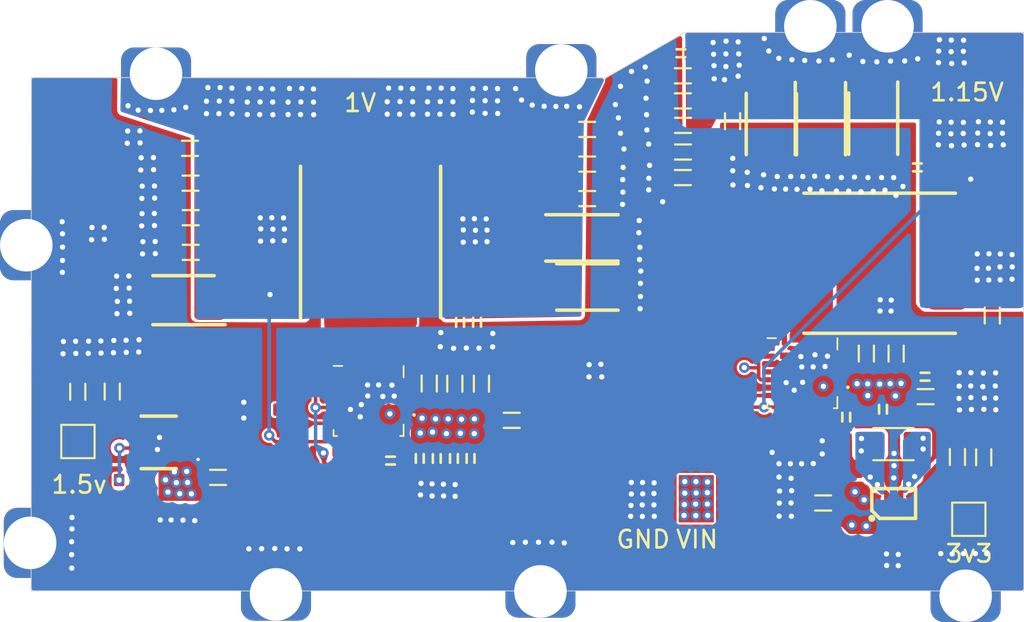
<source format=kicad_pcb>
(kicad_pcb (version 20240108) (generator "pcbnew") (generator_version "8.0")
  (layers (0 "F.Cu" mixed) (1 "In1.Cu" signal) (2 "In2.Cu" signal) (31 "B.Cu" power) (34 "B.Paste" user) (35 "F.Paste" user) (36 "B.SilkS" user "B.Silkscreen") (37 "F.SilkS" user "F.Silkscreen") (38 "B.Mask" user) (39 "F.Mask" user) (44 "Edge.Cuts" user))
  (net 0 "")
  (net 1 "GND")
  (net 2 "VIN")
  (net 3 "Net-(IC1-PHASE)")
  (net 4 "Net-(IC1-BOOT)")
  (net 5 "/SiC431 1V 20A/1V")
  (net 6 "Net-(IC2-PHASE)")
  (net 7 "Net-(IC2-BOOT)")
  (net 8 "/SiC438 1.15V 8A/1.15V")
  (net 9 "/TPS63810 3.3V 2.5A/3.3V")
  (net 10 "/MUN3CAD03-SE 1.5V 3A/1.5V")
  (net 11 "Net-(IC1-FB)")
  (net 13 "Net-(IC1-SW_1)")
  (net 14 "Net-(IC1-MODE2)")
  (net 16 "Net-(IC1-MODE1)")
  (net 19 "Net-(IC1-EN)")
  (net 20 "Net-(IC2-SW_1)")
  (net 21 "Net-(IC2-EN)")
  (net 23 "Net-(IC2-FB)")
  (net 24 "Net-(IC2-MODE1)")
  (net 26 "Net-(IC2-MODE2)")
  (net 31 "Net-(IC3-LX2_1)")
  (net 32 "Net-(IC3-LX1_1)")
  (net 33 "Net-(IC4-FB)")
  (footprint "cafereg2:C0603" (layer "F.Cu") (at 137.87 49.91 -90)
    (property "Reference" "C33" (hide yes))
    (property "Value" "22uF" (hide yes))
  )
  (footprint "cafereg2:C0603" (layer "F.Cu") (at 125.26 66.99)
    (property "Reference" "C42" (hide yes))
    (property "Value" "22uF" (hide yes))
  )
  (footprint "cafereg2:R0402" (layer "F.Cu") (at 103.34 70.4)
    (property "Reference" "R11" (hide yes))
    (property "Value" "200k" (hide yes))
  )
  (footprint "cafereg2:C0603" (layer "F.Cu") (at 129.57 54.33)
    (property "Reference" "C10" (hide yes))
    (property "Value" "22uF" (hide yes))
  )
  (footprint "TestPoint:TestPoint_Pad_1.5x1.5mm" (layer "F.Cu") (at 100.49 68.2)
    (property "Reference" "REF**" (hide yes))
    (property "Value" "TestPoint_Pad_1.5x1.5mm" (hide yes))
  )
  (footprint "cafereg2:R0402" (layer "F.Cu") (at 113.29 67.71 -90)
    (property "Reference" "R4" (hide yes))
    (property "Value" "6.67k" (hide yes))
  )
  (footprint "cafereg2:SIC431AEDT1GE3" (layer "F.Cu") (at 118.285 66.635 180)
    (property "Reference" "IC1" (hide yes))
    (property "Value" "SiC431CED-T1-GE3" (hide yes))
  )
  (footprint "cafereg2:C0603" (layer "F.Cu") (at 135.04 50.15 180)
    (property "Reference" "C31" (hide yes))
    (property "Value" "22uF" (hide yes))
  )
  (footprint "cafereg2:C0603" (layer "F.Cu") (at 148.89 65.64)
    (property "Reference" "C20" (hide yes))
    (property "Value" "22uF" (hide yes))
  )
  (footprint "" (layer "F.Cu") (at 97.54 56.99 90)
    (property "Reference" "")
    (property "Value" "")
  )
  (footprint "cafereg2:C0402" (layer "F.Cu") (at 144.36 66.81 90)
    (property "Reference" "C26" (hide yes))
    (property "Value" "0.1uF" (hide yes))
  )
  (footprint "cafereg2:C0603" (layer "F.Cu") (at 122.01 64.9 90)
    (property "Reference" "C2" (hide yes))
    (property "Value" "22uF" (hide yes))
  )
  (footprint "cafereg2:C0402" (layer "F.Cu") (at 120.01 69.17 -90)
    (property "Reference" "C24" (hide yes))
    (property "Value" "1uF" (hide yes))
  )
  (footprint "cafereg2:C0603" (layer "F.Cu") (at 135.03 53.13 180)
    (property "Reference" "C34" (hide yes))
    (property "Value" "22uF" (hide yes))
  )
  (footprint "cafereg2:C0402" (layer "F.Cu") (at 148.86 64.5)
    (property "Reference" "C6" (hide yes))
    (property "Value" "2.2uF" (hide yes))
  )
  (footprint "cafereg2:R0402" (layer "F.Cu") (at 117.33 71.08 90)
    (property "Reference" "R2" (hide yes))
    (property "Value" "510k" (hide yes))
  )
  (footprint "" (layer "F.Cu") (at 146.72 44.49)
    (property "Reference" "")
    (property "Value" "")
  )
  (footprint "" (layer "F.Cu") (at 151.18 77.01 90)
    (property "Reference" "")
    (property "Value" "")
  )
  (footprint "cafereg2:C0402" (layer "F.Cu") (at 148.42 52.55)
    (property "Reference" "C27" (hide yes))
    (property "Value" "0.1uF" (hide yes))
  )
  (footprint "cafereg2:C0603" (layer "F.Cu") (at 100.48 65.36 90)
    (property "Reference" "C44" (hide yes))
    (property "Value" "22uF" (hide yes))
  )
  (footprint "cafereg2:C0603" (layer "F.Cu") (at 106.92 53.45 180)
    (property "Reference" "C9" (hide yes))
    (property "Value" "22uF" (hide yes))
  )
  (footprint "cafereg2:C0603" (layer "F.Cu") (at 129.57 52.36)
    (property "Reference" "C13" (hide yes))
    (property "Value" "22uF" (hide yes))
  )
  (footprint "cafereg2:R0402" (layer "F.Cu") (at 138.42 65.66 -90)
    (property "Reference" "R9" (hide yes))
    (property "Value" "11k" (hide yes))
  )
  (footprint "" (layer "F.Cu") (at 111.8 76.93 90)
    (property "Reference" "")
    (property "Value" "")
  )
  (footprint "cafereg2:C0603" (layer "F.Cu") (at 102.45 65.35 90)
    (property "Reference" "C43" (hide yes))
    (property "Value" "22uF" (hide yes))
  )
  (footprint "cafereg2:C0603" (layer "F.Cu") (at 106.89 51.46 180)
    (property "Reference" "C14" (hide yes))
    (property "Value" "22uF" (hide yes))
  )
  (footprint "cafereg2:BGA15C40P3X5_134X226X62" (layer "F.Cu") (at 147.07 71.74 90)
    (property "Reference" "IC3" (hide yes))
    (property "Value" "TPS63810YFFR" (hide yes))
  )
  (footprint "cafereg2:C0603" (layer "F.Cu") (at 147.21 63.18 90)
    (property "Reference" "C22" (hide yes))
    (property "Value" "22uF" (hide yes))
  )
  (footprint "TestPoint:TestPoint_Pad_1.5x1.5mm" (layer "F.Cu") (at 135.8 71.47)
    (property "Reference" "3v3" (hide yes))
    (property "Value" "TestPoint_Pad_1.5x1.5mm" (hide yes))
  )
  (footprint "cafereg2:C0603" (layer "F.Cu") (at 129.57 50.38)
    (property "Reference" "C15" (hide yes))
    (property "Value" "22uF" (hide yes))
  )
  (footprint "cafereg2:MUN3CAD03SE" (layer "F.Cu") (at 105.1 68.25 180)
    (property "Reference" "IC4" (hide yes))
    (property "Value" "MUN3CAD03-SE" (hide yes))
  )
  (footprint "" (layer "F.Cu") (at 128.09 47.01)
    (property "Reference" "")
    (property "Value" "")
  )
  (footprint "cafereg2:C0402" (layer "F.Cu") (at 134.92 46.03 180)
    (property "Reference" "C35" (hide yes))
    (property "Value" "0.1uF" (hide yes))
  )
  (footprint "cafereg2:C0402" (layer "F.Cu") (at 121.96 69.17 -90)
    (property "Reference" "C23" (hide yes))
    (property "Value" "0.1uF" (hide yes))
  )
  (footprint "cafereg2:C0402" (layer "F.Cu") (at 118.34 69.29)
    (property "Reference" "C7" (hide yes))
    (property "Value" "0.1uF" (hide yes))
  )
  (footprint "cafereg2:C0603" (layer "F.Cu") (at 106.93 57.4 180)
    (property "Reference" "C11" (hide yes))
    (property "Value" "22uF" (hide yes))
  )
  (footprint "cafereg2:INDC2009X120" (layer "F.Cu") (at 147.06 68.35)
    (property "Reference" "L3" (hide yes))
    (property "Value" "TFM201208BLE-R47MTCF" (hide yes))
  )
  (footprint "cafereg2:R0402" (layer "F.Cu") (at 111.44 66.38)
    (property "Reference" "R5" (hide yes))
    (property "Value" "10K" (hide yes))
  )
  (footprint "cafereg2:CAPPM3528X210N" (layer "F.Cu") (at 106.52 60.13 180)
    (property "Reference" "C18" (hide yes))
    (property "Value" "F930J107KBA" (hide yes))
  )
  (footprint "cafereg2:R0402" (layer "F.Cu") (at 115.37 69.29 -90)
    (property "Reference" "R1" (hide yes))
    (property "Value" "100k" (hide yes))
  )
  (footprint "cafereg2:C0402" (layer "F.Cu") (at 122.91 69.17 -90)
    (property "Reference" "C4" (hide yes))
    (property "Value" "0.1uF" (hide yes))
  )
  (footprint "cafereg2:R0402" (layer "F.Cu") (at 103.34 71.37 180)
    (property "Reference" "R12" (hide yes))
    (property "Value" "133k" (hide yes))
  )
  (footprint "cafereg2:C0603" (layer "F.Cu") (at 152.7 61.01 -90)
    (property "Reference" "C28" (hide yes))
    (property "Value" "22uF" (hide yes))
  )
  (footprint "cafereg2:C0603" (layer "F.Cu") (at 106.93 55.42 180)
    (property "Reference" "C12" (hide yes))
    (property "Value" "22uF" (hide yes))
  )
  (footprint "" (layer "F.Cu") (at 126.9 76.76 90)
    (property "Reference" "")
    (property "Value" "")
  )
  (footprint "TestPoint:TestPoint_Pad_1.5x1.5mm" (layer "F.Cu") (at 151.36 72.64)
    (property "Reference" "3v3")
    (property "Value" "TestPoint_Pad_1.5x1.5mm" (hide yes))
  )
  (footprint "" (layer "F.Cu") (at 104.95 47.2)
    (property "Reference" "")
    (property "Value" "")
  )
  (footprint "cafereg2:C0603" (layer "F.Cu") (at 152.21 69.1 90)
    (property "Reference" "C41" (hide yes))
    (property "Value" "22uF" (hide yes))
  )
  (footprint "cafereg2:C0402" (layer "F.Cu") (at 120.98 69.17 -90)
    (property "Reference" "C25" (hide yes))
    (property "Value" "2.2uF" (hide yes))
  )
  (footprint "cafereg2:C0603" (layer "F.Cu") (at 135.04 51.67 180)
    (property "Reference" "C29" (hide yes))
    (property "Value" "22uF" (hide yes))
  )
  (footprint "cafereg2:R0402" (layer "F.Cu") (at 136.93 65.14)
    (property "Reference" "R10" (hide yes))
    (property "Value" "12k" (hide yes))
  )
  (footprint "cafereg2:INDPM8680X400N" (layer "F.Cu") (at 146.27 58.02)
    (property "Reference" "L2" (hide yes))
    (property "Value" "MPXV1D0840L1R0" (hide yes))
  )
  (footprint "cafereg2:INDPM8680X400N" (layer "F.Cu") (at 117.2 56.81 90)
    (property "Reference" "L1" (hide yes))
    (property "Value" "MPXV1D0840L1R0" (hide yes))
  )
  (footprint "" (layer "F.Cu") (at 142.31 44.49)
    (property "Reference" "")
    (property "Value" "")
  )
  (footprint "cafereg2:CAPPM3528X210N" (layer "F.Cu") (at 129.58 59.3)
    (property "Reference" "C17" (hide yes))
    (property "Value" "F930J107KBA" (hide yes))
  )
  (footprint "cafereg2:CAPPM3528X210N" (layer "F.Cu") (at 140.05 50.07 -90)
    (property "Reference" "C38" (hide yes))
    (property "Value" "F930J107KBA" (hide yes))
  )
  (footprint "" (layer "F.Cu") (at 97.76 73.99)
    (property "Reference" "")
    (property "Value" "")
  )
  (footprint "cafereg2:C0603" (layer "F.Cu") (at 120.55 64.89 90)
    (property "Reference" "C1" (hide yes))
    (property "Value" "22uF" (hide yes))
  )
  (footprint "cafereg2:C0402" (layer "F.Cu") (at 123.28 61.39 90)
    (property "Reference" "C8" (hide yes))
    (property "Value" "0.1uF" (hide yes))
  )
  (footprint "cafereg2:R0402" (layer "F.Cu") (at 139.36 67.38 180)
    (property "Reference" "R6" (hide yes))
    (property "Value" "100k" (hide yes))
  )
  (footprint "cafereg2:C0603" (layer "F.Cu") (at 123.53 64.9 90)
    (property "Reference" "C3" (hide yes))
    (property "Value" "22uF" (hide yes))
  )
  (footprint "cafereg2:CAPPM3528X210N" (layer "F.Cu") (at 129.58 56.65)
    (property "Reference" "C19" (hide yes))
    (property "Value" "F930J107KBA" (hide yes))
  )
  (footprint "cafereg2:C0402" (layer "F.Cu") (at 122.31 61.4 -90)
    (property "Reference" "C16" (hide yes))
    (property "Value" "0.1uF" (hide yes))
  )
  (footprint "cafereg2:C0603" (layer "F.Cu") (at 150.71 69.08 90)
    (property "Reference" "C40" (hide yes))
    (property "Value" "22uF" (hide yes))
  )
  (footprint "cafereg2:SIC431AEDT1GE3" (layer "F.Cu") (at 143.055 65.05 180)
    (property "Reference" "IC2" (hide yes))
    (property "Value" "SiC431CED-T1-GE3" (hide yes))
  )
  (footprint "cafereg2:C0603" (layer "F.Cu") (at 143.04 71.71 180)
    (property "Reference" "C39" (hide yes))
    (property "Value" "22uF" (hide yes))
  )
  (footprint "cafereg2:C0603" (layer "F.Cu") (at 135.03 48.75 180)
    (property "Reference" "C30" (hide yes))
    (property "Value" "22uF" (hide yes))
  )
  (footprint "cafereg2:R0402" (layer "F.Cu") (at 116.36 71.08 90)
    (property "Reference" "R3" (hide yes))
    (property "Value" "510k" (hide yes))
  )
  (footprint "cafereg2:C0603" (layer "F.Cu") (at 145.51 63.18 90)
    (property "Reference" "C21" (hide yes))
    (property "Value" "22uF" (hide yes))
  )
  (footprint "cafereg2:R0402" (layer "F.Cu") (at 141.02 67.95 90)
    (property "Reference" "R8" (hide yes))
    (property "Value" "510k" (hide yes))
  )
  (footprint "cafereg2:CAPPM3528X210N" (layer "F.Cu") (at 142.92 50.08 -90)
    (property "Reference" "C36" (hide yes))
    (property "Value" "F930J107KBA" (hide yes))
  )
  (footprint "cafereg2:C0603" (layer "F.Cu") (at 108.49 70.25)
    (property "Reference" "C39" (hide yes))
    (property "Value" "22uF" (hide yes))
  )
  (footprint "cafereg2:C0603" (layer "F.Cu") (at 135.03 47.32 180)
    (property "Reference" "C32" (hide yes))
    (property "Value" "22uF" (hide yes))
  )
  (footprint "cafereg2:CAPPM3528X210N" (layer "F.Cu") (at 145.9 50.05 -90)
    (property "Reference" "C37" (hide yes))
    (property "Value" "F930J107KBA" (hide yes))
  )
  (footprint "cafereg2:R0402" (layer "F.Cu") (at 142.02 67.95 90)
    (property "Reference" "R7" (hide yes))
    (property "Value" "510k" (hide yes))
  )
  (footprint "cafereg2:C0402" (layer "F.Cu") (at 146.46 66.36 -90)
    (property "Reference" "C5" (hide yes))
    (property "Value" "1uF" (hide yes))
  )
  (gr_line (start 97.82 76.73) (end 154.5 76.73) (stroke (width 0.05)) (layer "Edge.Cuts"))
  (gr_line (start 130.64 47.43) (end 97.83 47.42) (stroke (width 0.05)) (layer "Edge.Cuts"))
  (gr_line (start 154.5 76.73) (end 154.5 44.84) (stroke (width 0.05)) (layer "Edge.Cuts"))
  (gr_line (start 97.83 47.42) (end 97.82 76.73) (stroke (width 0.05)) (layer "Edge.Cuts"))
  (gr_line (start 135.16 44.84) (end 130.64 47.43) (stroke (width 0.05)) (layer "Edge.Cuts"))
  (gr_line (start 154.5 44.84) (end 135.16 44.84) (stroke (width 0.05)) (layer "Edge.Cuts"))
  (gr_text "1V" (at 116.61 48.87 0) (layer "F.SilkS") (effects (font (size 1 1))))
  (gr_text "VIN" (at 135.84 73.79 0) (layer "F.SilkS") (effects (font (size 1 1))))
  (gr_text "GND" (at 132.77 73.79 0) (layer "F.SilkS") (effects (font (size 1 1))))
  (gr_text "1.15V" (at 151.26 48.26 0) (layer "F.SilkS") (effects (font (size 1 1))))
  (segment (start 141.39 65.27) (end 141.393 65.05) (width 0.2) (layer "F.Cu") (net 1))
  (segment (start 139.915 65.125) (end 140.645 65.125) (width 0.3) (layer "F.Cu") (net 1))
  (segment (start 141.318 65.125) (end 141.39 65.27) (width 0.2) (layer "F.Cu") (net 1))
  (segment (start 139.915 63.775) (end 140.882 63.775) (width 0.3) (layer "F.Cu") (net 1))
  (segment (start 140.645 65.125) (end 140.93 64.84) (width 0.3) (layer "F.Cu") (net 1))
  (segment (start 140.93 64.84) (end 141.215 65.125) (width 0.3) (layer "F.Cu") (net 1))
  (segment (start 140.882 63.775) (end 141.105 63.998) (width 0.3) (layer "F.Cu") (net 1))
  (segment (start 141.215 65.125) (end 141.318 65.125) (width 0.3) (layer "F.Cu") (net 1))
  (via (at 99.61 56.34) (size 0.6) (drill 0.3) (layers "F.Cu" "B.Cu") (net 1))
  (via (at 132.98 50.41) (size 0.6) (drill 0.3) (layers "F.Cu" "B.Cu") (net 1))
  (via (at 99.6 58.54) (size 0.6) (drill 0.3) (layers "F.Cu" "B.Cu") (net 1))
  (via (at 132.58 57.11) (size 0.6) (drill 0.3) (layers "F.Cu" "B.Cu") (net 1))
  (via (at 103.24 62.42) (size 0.6) (drill 0.3) (layers "F.Cu" "B.Cu") (net 1))
  (via (at 151.47 65.03) (size 0.6) (drill 0.3) (layers "F.Cu" "B.Cu") (net 1))
  (via (at 130.35 63.79) (size 0.6) (drill 0.3) (layers "F.Cu" "B.Cu") (net 1))
  (via (at 132.05 72.47) (size 0.6) (drill 0.3) (layers "F.Cu" "B.Cu") (net 1))
  (via (at 144.08 53.13) (size 0.6) (drill 0.3) (layers "F.Cu" "B.Cu") (net 1))
  (via (at 128.26 73.99) (size 0.6) (drill 0.3) (layers "F.Cu" "B.Cu") (net 1))
  (via (at 104.87 54.3) (size 0.6) (drill 0.3) (layers "F.Cu" "B.Cu") (net 1))
  (via (at 150.81 65.04) (size 0.6) (drill 0.3) (layers "F.Cu" "B.Cu") (net 1))
  (via (at 125.32 73.97) (size 0.6) (drill 0.3) (layers "F.Cu" "B.Cu") (net 1))
  (via (at 104.13 55.89) (size 0.6) (drill 0.3) (layers "F.Cu" "B.Cu") (net 1))
  (via (at 104.85 55.18) (size 0.6) (drill 0.3) (layers "F.Cu" "B.Cu") (net 1))
  (via (at 152.87 65.03) (size 0.6) (drill 0.3) (layers "F.Cu" "B.Cu") (net 1))
  (via (at 132.1 47.07) (size 0.6) (drill 0.3) (layers "F.Cu" "B.Cu") (net 1))
  (via (at 132.63 58.47) (size 0.6) (drill 0.3) (layers "F.Cu" "B.Cu") (net 1))
  (via (at 104.18 57.49) (size 0.6) (drill 0.3) (layers "F.Cu" "B.Cu") (net 1))
  (via (at 103.25 63.11) (size 0.6) (drill 0.3) (layers "F.Cu" "B.Cu") (net 1))
  (via (at 103.31 51.17) (size 0.6) (drill 0.3) (layers "F.Cu" "B.Cu") (net 1))
  (via (at 150.41 74.62) (size 0.6) (drill 0.3) (layers "F.Cu" "B.Cu") (net 1))
  (via (at 116.609176 66.791099) (size 0.6) (drill 0.3) (layers "F.Cu" "B.Cu") (net 1))
  (via (at 123.39 62.87) (size 0.6) (drill 0.3) (layers "F.Cu" "B.Cu") (net 1))
  (via (at 147.6 53.64) (size 0.6) (drill 0.3) (layers "F.Cu" "B.Cu") (net 1))
  (via (at 142.48 69.46) (size 0.6) (drill 0.3) (layers "F.Cu" "B.Cu") (net 1))
  (via (at 100.13 74.66) (size 0.6) (drill 0.3) (layers "F.Cu" "B.Cu") (net 1))
  (via (at 151.73 74.6) (size 0.6) (drill 0.3) (layers "F.Cu" "B.Cu") (net 1))
  (via (at 100.36 62.48) (size 0.6) (drill 0.3) (layers "F.Cu" "B.Cu") (net 1))
  (via (at 104.91 57.47) (size 0.6) (drill 0.3) (layers "F.Cu" "B.Cu") (net 1))
  (via (at 102.7 58.76) (size 0.6) (drill 0.3) (layers "F.Cu" "B.Cu") (net 1))
  (via (at 132.09 71.2) (size 0.6) (drill 0.3) (layers "F.Cu" "B.Cu") (net 1))
  (via (at 151.51 66.37) (size 0.6) (drill 0.3) (layers "F.Cu" "B.Cu") (net 1))
  (via (at 144.5 53.9) (size 0.6) (drill 0.3) (layers "F.Cu" "B.Cu") (net 1))
  (via (at 140.55 71.03) (size 0.6) (drill 0.3) (layers "F.Cu" "B.Cu") (net 1))
  (via (at 133.08 53.83) (size 0.6) (drill 0.3) (layers "F.Cu" "B.Cu") (net 1))
  (via (at 131.35 49.72) (size 0.6) (drill 0.3) (layers "F.Cu" "B.Cu") (net 1))
  (via (at 110.25 74.33) (size 0.6) (drill 0.3) (layers "F.Cu" "B.Cu") (net 1))
  (via (at 131.59 54.66) (size 0.6) (drill 0.3) (layers "F.Cu" "B.Cu") (net 1))
  (via (at 142.56 53.05) (size 0.6) (drill 0.3) (layers "F.Cu" "B.Cu") (net 1))
  (via (at 101.81 63.15) (size 0.6) (drill 0.3) (layers "F.Cu" "B.Cu") (net 1))
  (via (at 101.1 62.47) (size 0.6) (drill 0.3) (layers "F.Cu" "B.Cu") (net 1))
  (via (at 100.37 63.17) (size 0.6) (drill 0.3) (layers "F.Cu" "B.Cu") (net 1))
  (via (at 146.3 60.11) (size 0.6) (drill 0.3) (layers "F.Cu" "B.Cu") (net 1))
  (via (at 118.55 65.61) (size 0.6) (drill 0.3) (layers "F.Cu" "B.Cu") (net 1))
  (via (at 120.71 70.62) (size 0.6) (drill 0.3) (layers "F.Cu" "B.Cu") (net 1))
  (via (at 100.15 73.19) (size 0.6) (drill 0.3) (layers "F.Cu" "B.Cu") (net 1))
  (via (at 142.47 63.94) (size 0.6) (drill 0.3) (layers "F.Cu" "B.Cu") (net 1))
  (via (at 132.74 71.19) (size 0.6) (drill 0.3) (layers "F.Cu" "B.Cu") (net 1))
  (via (at 103.4 58.75) (size 0.6) (drill 0.3) (layers "F.Cu" "B.Cu") (net 1))
  (via (at 103.33 50.47) (size 0.6) (drill 0.3) (layers "F.Cu" "B.Cu") (net 1))
  (via (at 132.72 72.48) (size 0.6) (drill 0.3) (layers "F.Cu" "B.Cu") (net 1))
  (via (at 131.47 47.92) (size 0.6) (drill 0.3) (layers "F.Cu" "B.Cu") (net 1))
  (via (at 104.16 53.62) (size 0.6) (drill 0.3) (layers "F.Cu" "B.Cu") (net 1))
  (via (at 140.26 53.78) (size 0.6) (drill 0.3) (layers "F.Cu" "B.Cu") (net 1))
  (via (at 110.98 74.32) (size 0.6) (drill 0.3) (layers "F.Cu" "B.Cu") (net 1))
  (via (at 112.43 74.33) (size 0.6) (drill 0.3) (layers "F.Cu" "B.Cu") (net 1))
  (via (at 145.2 53.94) (size 0.6) (drill 0.3) (layers "F.Cu" "B.Cu") (net 1))
  (via (at 126.79 73.95) (size 0.6) (drill 0.3) (layers "F.Cu" "B.Cu") (net 1))
  (via (at 102.68 59.46) (size 0.6) (drill 0.3) (layers "F.Cu" "B.Cu") (net 1))
  (via (at 132.71 71.82) (size 0.6) (drill 0.3) (layers "F.Cu" "B.Cu") (net 1))
  (via (at 133.13 52.43) (size 0.6) (drill 0.3) (layers "F.Cu" "B.Cu") (net 1))
  (via (at 122.67 62.86) (size 0.6) (drill 0.3) (layers "F.Cu" "B.Cu") (net 1))
  (via (at 133.09 53.17) (size 0.6) (drill 0.3) (layers "F.Cu" "B.Cu") (net 1))
  (via (at 142.99 68.91) (size 0.6) (drill 0.3) (layers "F.Cu" "B.Cu") (net 1))
  (via (at 133.38 71.82) (size 0.6) (drill 0.3) (layers "F.Cu" "B.Cu") (net 1))
  (via (at 117.900979 65.627216) (size 0.6) (drill 0.3) (layers "F.Cu" "B.Cu") (net 1))
  (via (at 147.33 75.29) (size 0.6) (drill 0.3) (layers "F.Cu" "B.Cu") (net 1))
  (via (at 146.93 60.13) (size 0.6) (drill 0.3) (layers "F.Cu" "B.Cu") (net 1))
  (via (at 150.8 65.74) (size 0.6) (drill 0.3) (layers "F.Cu" "B.Cu") (net 1))
  (via (at 100.15 72.54) (size 0.6) (drill 0.3) (layers "F.Cu" "B.Cu") (net 1))
  (via (at 130.4 64.51) (size 0.6) (drill 0.3) (layers "F.Cu" "B.Cu") (net 1))
  (via (at 132.59 60.62) (size 0.6) (drill 0.3) (layers "F.Cu" "B.Cu") (net 1))
  (via (at 131.18 48.96) (size 0.6) (drill 0.3) (layers "F.Cu" "B.Cu") (net 1))
  (via (at 151.05 74.6) (size 0.6) (drill 0.3) (layers "F.Cu" "B.Cu") (net 1))
  (via (at 129.67 64.51) (size 0.6) (drill 0.3) (layers "F.Cu" "B.Cu") (net 1))
  (via (at 122.03 71.33) (size 0.6) (drill 0.3) (layers "F.Cu" "B.Cu") (net 1))
  (via (at 120.05 71.25) (size 0.6) (drill 0.3) (layers "F.Cu" "B.Cu") (net 1))
  (via (at 140.53 72.47) (size 0.6) (drill 0.3) (layers "F.Cu" "B.Cu") (net 1))
  (via (at 141.17 69.47) (size 0.6) (drill 0.3) (layers "F.Cu" "B.Cu") (net 1))
  (via (at 140.54 71.72) (size 0.6) (drill 0.3) (layers "F.Cu" "B.Cu") (net 1))
  (via (at 147.09 69.580003) (size 0.6) (drill 0.3) (layers "F.Cu" "B.Cu") (net 1))
  (via (at 133.38 71.17) (size 0.6) (drill 0.3) (layers "F.Cu" "B.Cu") (net 1))
  (via (at 146.67 75.28) (size 0.6) (drill 0.3) (layers "F.Cu" "B.Cu") (net 1))
  (via (at 101.8 62.46) (size 0.6) (drill 0.3) (layers "F.Cu" "B.Cu") (net 1))
  (via (at 131.67 51.5) (size 0.6) (drill 0.3) (layers "F.Cu" "B.Cu") (net 1))
  (via (at 116.05 66.37) (size 0.6) (drill 0.3) (layers "F.Cu" "B.Cu") (net 1))
  (via (at 117.66 64.97) (size 0.6) (drill 0.3) (layers "F.Cu" "B.Cu") (net 1))
  (via (at 152.25 65.72) (size 0.6) (drill 0.3) (layers "F.Cu" "B.Cu") (net 1))
  (via (at 132.88 46.82) (size 0.6) (drill 0.3) (layers "F.Cu" "B.Cu") (net 1))
  (via (at 121.18 62.79) (size 0.6) (drill 0.3) (layers "F.Cu" "B.Cu") (net 1))
  (via (at 103.96 63.09) (size 0.6) (drill 0.3) (layers "F.Cu" "B.Cu") (net 1))
  (via (at 141.23 72.47) (size 0.6) (drill 0.3) (layers "F.Cu" "B.Cu") (net 1))
  (via (at 99.61 57.1) (size 0.6) (drill 0.3) (layers "F.Cu" "B.Cu") (net 1))
  (via (at 104.86 53.61) (size 0.6) (drill 0.3) (layers "F.Cu" "B.Cu") (net 1))
  (via (at 132.96 49.54) (size 0.6) (drill 0.3) (layers "F.Cu" "B.Cu") (net 1))
  (via (at 141.82 63.94) (size 0.6) (drill 0.3) (layers "F.Cu" "B.Cu") (net 1))
  (via (at 131.47 50.6) (size 0.6) (drill 0.3) (layers "F.Cu" "B.Cu") (net 1))
  (via (at 137.88 52.74) (size 0.6) (drill 0.3) (layers "F.Cu" "B.Cu") (net 1))
  (via (at 142.99 68.16) (size 0.6) (drill 0.3) (layers "F.Cu" "B.Cu") (net 1))
  (via (at 152.9 65.72) (size 0.6) (drill 0.3) (layers "F.Cu" "B.Cu") (net 1))
  (via (at 105.19 72.68) (size 0.6) (drill 0.3) (layers "F.Cu" "B.Cu") (net 1))
  (via (at 103.41 59.44) (size 0.6) (drill 0.3) (layers "F.Cu" "B.Cu") (net 1))
  (via (at 152.89 64.28) (size 0.6) (drill 0.3) (layers "F.Cu" "B.Cu") (net 1))
  (via (at 141.24 71.01) (size 0.6) (drill 0.3) (layers "F.Cu" "B.Cu") (net 1))
  (via (at 104.8 51.99) (size 0.6) (drill 0.3) (layers "F.Cu" "B.Cu") (net 1))
  (via (at 142.57545 63.247986) (size 0.6) (drill 0.3) (layers "F.Cu" "B.Cu") (net 1))
  (via (at 137.88 52.03) (size 0.6) (drill 0.3) (layers "F.Cu" "B.Cu") (net 1))
  (via (at 131.62 52.55) (size 0.6) (drill 0.3) (layers "F.Cu" "B.Cu") (net 1))
  (via (at 149.76 74.6) (size 0.6) (drill 0.3) (layers "F.Cu" "B.Cu") (net 1))
  (via (at 141.39 65.27) (size 0.6) (drill 0.3) (layers "F.Cu" "B.Cu") (net 1))
  (via (at 140.52 69.47) (size 0.6) (drill 0.3) (layers "F.Cu" "B.Cu") (net 1))
  (via (at 147.09 68.88) (size 0.6) (drill 0.3) (layers "F.Cu" "B.Cu") (net 1))
  (via (at 129.68 63.81) (size 0.6) (drill 0.3) (layers "F.Cu" "B.Cu") (net 1))
  (via (at 99.66 62.49) (size 0.6) (drill 0.3) (layers "F.Cu" "B.Cu") (net 1))
  (via (at 139.64 52.97) (size 0.6) (drill 0.3) (layers "F.Cu" "B.Cu") (net 1))
  (via (at 146.29 60.75) (size 0.6) (drill 0.3) (layers "F.Cu" "B.Cu") (net 1))
  (via (at 141.21 70.3) (size 0.6) (drill 0.3) (layers "F.Cu" "B.Cu") (net 1))
  (via (at 102.52 63.13) (size 0.6) (drill 0.3) (layers "F.Cu" "B.Cu") (net 1))
  (via (at 141.77 63.35) (size 0.6) (drill 0.3) (layers "F.Cu" "B.Cu") (net 1))
  (via (at 152.9 66.39) (size 0.6) (drill 0.3) (layers "F.Cu" "B.Cu") (net 1))
  (via (at 137.89 53.55) (size 0.6) (drill 0.3) (layers "F.Cu" "B.Cu") (net 1))
  (via (at 104.2 56.79) (size 0.6) (drill 0.3) (layers "F.Cu" "B.Cu") (net 1))
  (via (at 101.08 63.17) (size 0.6) (drill 0.3) (layers "F.Cu" "B.Cu") (net 1))
  (via (at 141.21 71.71) (size 0.6) (drill 0.3) (layers "F.Cu" "B.Cu") (net 1))
  (via (at 138.71 52.83) (size 0.6) (drill 0.3) (layers "F.Cu" "B.Cu") (net 1))
  (via (at 101.99 55.97) (size 0.6) (drill 0.3) (layers "F.Cu" "B.Cu") (net 1))
  (via (at 151.48 65.69) (size 0.6) (drill 0.3) (layers "F.Cu" "B.Cu") (net 1))
  (via (at 104.81 52.68) (size 0.6) (drill 0.3) (layers "F.Cu" "B.Cu") (net 1))
  (via (at 140.13 68.82) (size 0.6) (drill 0.3) (layers "F.Cu" "B.Cu") (net 1))
  (via (at 100.13 73.92) (size 0.6) (drill 0.3) (layers "F.Cu" "B.Cu") (net 1))
  (via (at 121.94 62.88) (size 0.6) (drill 0.3) (layers "F.Cu" "B.Cu") (net 1))
  (via (at 147.33 74.65) (size 0.6) (drill 0.3) (layers "F.Cu" "B.Cu") (net 1))
  (via (at 146.92 60.75) (size 0.6) (drill 0.3) (layers "F.Cu" "B.Cu") (net 1))
  (via (at 109.96 66.86) (size 0.6) (drill 0.3) (layers "F.Cu" "B.Cu") (net 1))
  (via (at 152.38 74.6) (size 0.6) (drill 0.3) (layers "F.Cu" "B.Cu") (net 1))
  (via (at 106.49 72.69) (size 0.6) (drill 0.3) (layers "F.Cu" "B.Cu") (net 1))
  (via (at 150.83 66.4) (size 0.6) (drill 0.3) (layers "F.Cu" "B.Cu") (net 1))
  (via (at 101.27 56.68) (size 0.6) (drill 0.3) (layers "F.Cu" "B.Cu") (net 1))
  (via (at 140.93 64.84) (size 0.6) (drill 0.3) (layers "F.Cu" "B.Cu") (net 1))
  (via (at 104.9 56.78) (size 0.6) (drill 0.3) (layers "F.Cu" "B.Cu") (net 1))
  (via (at 141.55 53.8) (size 0.6) (drill 0.3) (layers "F.Cu" "B.Cu") (net 1))
  (via (at 141.87 64.82) (size 0.6) (drill 0.3) (layers "F.Cu" "B.Cu") (net 1))
  (via (at 146.57 53.85) (size 0.6) (drill 0.3) (layers "F.Cu" "B.Cu") (net 1))
  (via (at 124.18 62.03) (size 0.6) (drill 0.3) (layers "F.Cu" "B.Cu") (net 1))
  (via (at 104.15 55.19) (size 0.6) (drill 0.3) (layers "F.Cu" "B.Cu") (net 1))
  (via (at 133.88 54.51) (size 0.6) (drill 0.3) (layers "F.Cu" "B.Cu") (net 1))
  (via (at 132.73 70.54) (size 0.6) (drill 0.3) (layers "F.Cu" "B.Cu") (net 1))
  (via (at 146.66 74.62) (size 0.6) (drill 0.3) (layers "F.Cu" "B.Cu") (net 1))
  (via (at 111.73 74.31) (size 0.6) (drill 0.3) (layers "F.Cu" "B.Cu") (net 1))
  (via (at 126.04 73.95) (size 0.6) (drill 0.3) (layers "F.Cu" "B.Cu") (net 1))
  (via (at 144.83 53.1) (size 0.6) (drill 0.3) (layers "F.Cu" "B.Cu") (net 1))
  (via (at 143.15 63.92) (size 0.6) (drill 0.3) (layers "F.Cu" "B.Cu") (net 1))
  (via (at 109.96 65.96) (size 0.6) (drill 0.3) (layers "F.Cu" "B.Cu") (net 1))
  (via (at 140.42 53.07) (size 0.6) (drill 0.3) (layers "F.Cu" "B.Cu") (net 1))
  (via (at 121.21 61.98) (size 0.6) (drill 0.3) (layers "F.Cu" "B.Cu") (net 1))
  (via (at 103.44 60.19) (size 0.6) (drill 0.3) (layers "F.Cu" "B.Cu") (net 1))
  (via (at 101.29 55.98) (size 0.6) (drill 0.3) (layers "F.Cu" "B.Cu") (net 1))
  (via (at 140.52 70.23) (size 0.6) (drill 0.3) (layers "F.Cu" "B.Cu") (net 1))
  (via (at 147.07 53.13) (size 0.6) (drill 0.3) (layers "F.Cu" "B.Cu") (net 1))
  (via (at 133.39 70.56) (size 0.6) (drill 0.3) (layers "F.Cu" "B.Cu") (net 1))
  (via (at 132.61 59.92) (size 0.6) (drill 0.3) (layers "F.Cu" "B.Cu") (net 1))
  (via (at 141.19 53.07) (size 0.6) (drill 0.3) (layers "F.Cu" "B.Cu") (net 1))
  (via (at 132.09 70.54) (size 0.6) (drill 0.3) (layers "F.Cu" "B.Cu") (net 1))
  (via (at 102.54 62.43) (size 0.6) (drill 0.3) (layers "F.Cu" "B.Cu") (net 1))
  (via (at 99.64 63.19) (size 0.6) (drill 0.3) (layers "F.Cu" "B.Cu") (net 1))
  (via (at 146.38 53.13) (size 0.6) (drill 0.3) (layers "F.Cu" "B.Cu") (net 1))
  (via (at 105.147808 67.969982) (size 0.6) (drill 0.3) (layers "F.Cu" "B.Cu") (net 1))
  (via (at 104.03 50.46) (size 0.6) (drill 0.3) (layers "F.Cu" "B.Cu") (net 1))
  (via (at 104.1 52) (size 0.6) (drill 0.3) (layers "F.Cu" "B.Cu") (net 1))
  (via (at 142.97 53.88) (size 0.6) (drill 0.3) (layers "F.Cu" "B.Cu") (net 1))
  (via (at 118.42 64.98) (size 0.6) (drill 0.3) (layers "F.Cu" "B.Cu") (net 1))
  (via (at 102.74 60.2) (size 0.6) (drill 0.3) (layers "F.Cu" "B.Cu") (net 1))
  (via (at 131.6 53.25) (size 0.6) (drill 0.3) (layers "F.Cu" "B.Cu") (net 1))
  (via (at 99.59 55.65) (size 0.6) (drill 0.3) (layers "F.Cu" "B.Cu") (net 1))
  (via (at 116.670926 66.093825) (size 0.6) (drill 0.3) (layers "F.Cu" "B.Cu") (net 1))
  (via (at 113.16 74.33) (size 0.6) (drill 0.3) (layers "F.Cu" "B.Cu") (net 1))
  (via (at 102 56.66) (size 0.6) (drill 0.3) (layers "F.Cu" "B.Cu") (net 1))
  (via (at 143.29 63.33) (size 0.6) (drill 0.3) (layers "F.Cu" "B.Cu") (net 1))
  (via (at 151.48 64.27) (size 0.6) (drill 0.3) (layers "F.Cu" "B.Cu") (net 1))
  (via (at 121.37 71.31) (size 0.6) (drill 0.3) (layers "F.Cu" "B.Cu") (net 1))
  (via (at 147.2 54.15) (size 0.6) (drill 0.3) (layers "F.Cu" "B.Cu") (net 1))
  (via (at 105.81 72.68) (size 0.6) (drill 0.3) (layers "F.Cu" "B.Cu") (net 1))
  (via (at 140.9 53.79) (size 0.6) (drill 0.3) (layers "F.Cu" "B.Cu") (net 1))
  (via (at 145.6 53.13) (size 0.6) (drill 0.3) (layers "F.Cu" "B.Cu") (net 1))
  (via (at 104.04 51.15) (size 0.6) (drill 0.3) (layers "F.Cu" "B.Cu") (net 1))
  (via (at 120.71 71.31) (size 0.6) (drill 0.3) (layers "F.Cu" "B.Cu") (net 1))
  (via (at 121.36 70.64) (size 0.6) (drill 0.3) (layers "F.Cu" "B.Cu") (net 1))
  (via (at 117.03 64.97) (size 0.6) (drill 0.3) (layers "F.Cu" "B.Cu") (net 1))
  (via (at 117.04 65.6) (size 0.6) (drill 0.3) (layers "F.Cu" "B.Cu") (net 1))
  (via (at 152.19 64.29) (size 0.6) (drill 0.3) (layers "F.Cu" "B.Cu") (net 1))
  (via (at 99.61 57.86) (size 0.6) (drill 0.3) (layers "F.Cu" "B.Cu") (net 1))
  (via (at 120.08 70.59) (size 0.6) (drill 0.3) (layers "F.Cu" "B.Cu") (net 1))
  (via (at 132.52 56.28) (size 0.6) (drill 0.3) (layers "F.Cu" "B.Cu") (net 1))
  (via (at 132.99 47.62) (size 0.6) (drill 0.3) (layers "F.Cu" "B.Cu") (net 1))
  (via (at 105.03 68.66) (size 0.6) (drill 0.3) (layers "F.Cu" "B.Cu") (net 1))
  (via (at 152.16 65.07) (size 0.6) (drill 0.3) (layers "F.Cu" "B.Cu") (net 1))
  (via (at 138.72 53.58) (size 0.6) (drill 0.3) (layers "F.Cu" "B.Cu") (net 1))
  (via (at 143.8 53.9) (size 0.6) (drill 0.3) (layers "F.Cu" "B.Cu") (net 1))
  (via (at 104.08 52.7) (size 0.6) (drill 0.3) (layers "F.Cu" "B.Cu") (net 1))
  (via (at 103.98 62.39) (size 0.6) (drill 0.3) (layers "F.Cu" "B.Cu") (net 1))
  (via (at 104.14 54.32) (size 0.6) (drill 0.3) (layers "F.Cu" "B.Cu") (net 1))
  (via (at 139.49 53.71) (size 0.6) (drill 0.3) (layers "F.Cu" "B.Cu") (net 1))
  (via (at 133.08 51.22) (size 0.6) (drill 0.3) (layers "F.Cu" "B.Cu") (net 1))
  (via (at 141.88 53.07) (size 0.6) (drill 0.3) (layers "F.Cu" "B.Cu") (net 1))
  (via (at 133.4 72.47) (size 0.6) (drill 0.3) (layers "F.Cu" "B.Cu") (net 1))
  (via (at 132.07 71.85) (size 0.6) (drill 0.3) (layers "F.Cu" "B.Cu") (net 1))
  (via (at 132.56 57.81) (size 0.6) (drill 0.3) (layers "F.Cu" "B.Cu") (net 1))
  (via (at 142.29 53.79) (size 0.6) (drill 0.3) (layers "F.Cu" "B.Cu") (net 1))
  (via (at 143.3 53.08) (size 0.6) (drill 0.3) (layers "F.Cu" "B.Cu") (net 1))
  (via (at 132.54 55.58) (size 0.6) (drill 0.3) (layers "F.Cu" "B.Cu") (net 1))
  (via (at 100.14 75.43) (size 0.6) (drill 0.3) (layers "F.Cu" "B.Cu") (net 1))
  (via (at 132.93 48.6) (size 0.6) (drill 0.3) (layers "F.Cu" "B.Cu") (net 1))
  (via (at 132.61 59.17) (size 0.6) (drill 0.3) (layers "F.Cu" "B.Cu") (net 1))
  (via (at 127.56 73.95) (size 0.6) (drill 0.3) (layers "F.Cu" "B.Cu") (net 1))
  (via (at 145.9 53.92) (size 0.6) (drill 0.3) (layers "F.Cu" "B.Cu") (net 1))
  (via (at 152.22 66.36) (size 0.6) (drill 0.3) (layers "F.Cu" "B.Cu") (net 1))
  (via (at 122.03 70.66) (size 0.6) (drill 0.3) (layers "F.Cu" "B.Cu") (net 1))
  (via (at 104.86 55.87) (size 0.6) (drill 0.3) (layers "F.Cu" "B.Cu") (net 1))
  (via (at 131.61 53.96) (size 0.6) (drill 0.3) (layers "F.Cu" "B.Cu") (net 1))
  (via (at 141.81 69.47) (size 0.6) (drill 0.3) (layers "F.Cu" "B.Cu") (net 1))
  (via (at 102.72 60.9) (size 0.6) (drill 0.3) (layers "F.Cu" "B.Cu") (net 1))
  (via (at 107.16 72.72) (size 0.6) (drill 0.3) (layers "F.Cu" "B.Cu") (net 1))
  (via (at 103.45 60.88) (size 0.6) (drill 0.3) (layers "F.Cu" "B.Cu") (net 1))
  (via (at 147.072057 70.279775) (size 0.6) (drill 0.3) (layers "F.Cu" "B.Cu") (net 1))
  (via (at 124.17 62.8) (size 0.6) (drill 0.3) (layers "F.Cu" "B.Cu") (net 1))
  (via (at 150.81 64.27) (size 0.6) (drill 0.3) (layers "F.Cu" "B.Cu") (net 1))
  (segment (start 107.64 68.01) (end 107.64 70.25) (width 0.2) (layer "F.Cu") (net 2))
  (segment (start 142.428 65.677) (end 143.055 65.05) (width 0.2) (layer "F.Cu") (net 2))
  (segment (start 139.915 63.325) (end 139.55 63.325) (width 0.2) (layer "F.Cu") (net 2))
  (segment (start 139.3611 63.99) (end 138.55 63.99) (width 0.2) (layer "F.Cu") (net 2))
  (segment (start 106.35 67.6) (end 106.35 67.925) (width 0.2) (layer "F.Cu") (net 2))
  (segment (start 115.145 64.91) (end 114.52 64.91) (width 0.2) (layer "F.Cu") (net 2))
  (segment (start 139.55 63.325) (end 139.3611 63.5139) (width 0.2) (layer "F.Cu") (net 2))
  (segment (start 139.3611 64.5472) (end 139.4889 64.675) (width 0.2) (layer "F.Cu") (net 2))
  (segment (start 142.428 66.237) (end 142.428 65.677) (width 0.2) (layer "F.Cu") (net 2))
  (segment (start 106.35 67.275) (end 106.35 67.6) (width 0.2) (layer "F.Cu") (net 2))
  (segment (start 118.3 66.62) (end 118.285 66.635) (width 0.2) (layer "F.Cu") (net 2))
  (segment (start 114.96 69.79) (end 114.51 69.34) (width 0.2) (layer "F.Cu") (net 2))
  (segment (start 114.06 65.37) (end 114.06 66.26) (width 0.2) (layer "F.Cu") (net 2))
  (segment (start 106.35 67.6) (end 107.23 67.6) (width 0.2) (layer "F.Cu") (net 2))
  (segment (start 115.145 66.26) (end 114.06 66.26) (width 0.2) (layer "F.Cu") (net 2))
  (segment (start 117.658 67.822) (end 117.658 67.262) (width 0.2) (layer "F.Cu") (net 2))
  (segment (start 139.4889 64.675) (end 139.915 64.675) (width 0.2) (layer "F.Cu") (net 2))
  (segment (start 117.658 67.822) (end 117.658 67.86062) (width 0.2) (layer "F.Cu") (net 2))
  (segment (start 114.51 69.34) (end 114.51 68.85) (width 0.2) (layer "F.Cu") (net 2))
  (segment (start 138.55 63.99) (end 138.54 63.98) (width 0.2) (layer "F.Cu") (net 2))
  (segment (start 115.37 69.79) (end 114.96 69.79) (width 0.2) (layer "F.Cu") (net 2))
  (segment (start 107.23 67.6) (end 107.64 68.01) (width 0.2) (layer "F.Cu") (net 2))
  (segment (start 139.3611 63.5139) (end 139.3611 63.99) (width 0.2) (layer "F.Cu") (net 2))
  (segment (start 117.658 67.262) (end 118.3 66.62) (width 0.2) (layer "F.Cu") (net 2))
  (segment (start 139.3611 63.99) (end 139.3611 64.5472) (width 0.2) (layer "F.Cu") (net 2))
  (segment (start 114.52 64.91) (end 114.06 65.37) (width 0.2) (layer "F.Cu") (net 2))
  (via (at 106.75 70.54) (size 0.6) (drill 0.3) (layers "F.Cu" "B.Cu") (net 2))
  (via (at 145.5 73.03) (size 0.6) (drill 0.3) (layers "F.Cu" "B.Cu") (net 2))
  (via (at 147.49 64.88) (size 0.6) (drill 0.3) (layers "F.Cu" "B.Cu") (net 2))
  (via (at 114.06 66.26) (size 0.6) (drill 0.3) (layers "F.Cu" "B.Cu") (net 2))
  (via (at 135.78 70.49) (size 0.6) (drill 0.3) (layers "F.Cu" "B.Cu") (net 2))
  (via (at 147.17 65.6) (size 0.6) (drill 0.3) (layers "F.Cu" "B.Cu") (net 2))
  (via (at 120.14 66.87) (size 0.6) (drill 0.3) (layers "F.Cu" "B.Cu") (net 2))
  (via (at 144.68 72.97) (size 0.6) (drill 0.3) (layers "F.Cu" "B.Cu") (net 2))
  (via (at 136.43 71.12) (size 0.6) (drill 0.3) (layers "F.Cu" "B.Cu") (net 2))
  (via (at 135.14 71.15) (size 0.6) (drill 0.3) (layers "F.Cu" "B.Cu") (net 2))
  (via (at 106.3 71.18) (size 0.6) (drill 0.3) (layers "F.Cu" "B.Cu") (net 2))
  (via (at 114.51 68.85) (size 0.6) (drill 0.3) (layers "F.Cu" "B.Cu") (net 2))
  (via (at 106.97 71.19) (size 0.6) (drill 0.3) (layers "F.Cu" "B.Cu") (net 2))
  (via (at 106 69.93) (size 0.6) (drill 0.3) (layers "F.Cu" "B.Cu") (net 2))
  (via (at 120.04 67.72) (size 0.6) (drill 0.3) (layers "F.Cu" "B.Cu") (net 2))
  (via (at 135.79 71.14) (size 0.6) (drill 0.3) (layers "F.Cu" "B.Cu") (net 2))
  (via (at 138.54 63.98) (size 0.6) (drill 0.3) (layers "F.Cu" "B.Cu") (net 2))
  (via (at 120.91 66.91) (size 0.6) (drill 0.3) (layers "F.Cu" "B.Cu") (net 2))
  (via (at 144.98 64.9) (size 0.6) (drill 0.3) (layers "F.Cu" "B.Cu") (net 2))
  (via (at 145.59 65.58) (size 0.6) (drill 0.3) (layers "F.Cu" "B.Cu") (net 2))
  (via (at 135.14 70.49) (size 0.6) (drill 0.3) (layers "F.Cu" "B.Cu") (net 2))
  (via (at 145.38 71.53) (size 0.6) (drill 0.3) (layers "F.Cu" "B.Cu") (net 2))
  (via (at 135.76 71.77) (size 0.6) (drill 0.3) (layers "F.Cu" "B.Cu") (net 2))
  (via (at 146.87 64.9) (size 0.6) (drill 0.3) (layers "F.Cu" "B.Cu") (net 2))
  (via (at 122.39 66.93) (size 0.6) (drill 0.3) (layers "F.Cu" "B.Cu") (net 2))
  (via (at 136.45 72.42) (size 0.6) (drill 0.3) (layers "F.Cu" "B.Cu") (net 2))
  (via (at 122.33 67.73) (size 0.6) (drill 0.3) (layers "F.Cu" "B.Cu") (net 2))
  (via (at 105.63 71.09) (size 0.6) (drill 0.3) (layers "F.Cu" "B.Cu") (net 2))
  (via (at 123.13 66.91) (size 0.6) (drill 0.3) (layers "F.Cu" "B.Cu") (net 2))
  (via (at 106.11 70.55) (size 0.6) (drill 0.3) (layers "F.Cu" "B.Cu") (net 2))
  (via (at 143.055 65.05) (size 0.6) (drill 0.3) (layers "F.Cu" "B.Cu") (net 2))
  (via (at 121.53 67.75) (size 0.6) (drill 0.3) (layers "F.Cu" "B.Cu") (net 2))
  (via (at 144.86 71.07) (size 0.6) (drill 0.3) (layers "F.Cu" "B.Cu") (net 2))
  (via (at 135.1 72.42) (size 0.6) (drill 0.3) (layers "F.Cu" "B.Cu") (net 2))
  (via (at 136.44 70.51) (size 0.6) (drill 0.3) (layers "F.Cu" "B.Cu") (net 2))
  (via (at 136.43 71.77) (size 0.6) (drill 0.3) (layers "F.Cu" "B.Cu") (net 2))
  (via (at 106.7 69.91) (size 0.6) (drill 0.3) (layers "F.Cu" "B.Cu") (net 2))
  (via (at 135.77 72.43) (size 0.6) (drill 0.3) (layers "F.Cu" "B.Cu") (net 2))
  (via (at 123.12 67.75) (size 0.6) (drill 0.3) (layers "F.Cu" "B.Cu") (net 2))
  (via (at 118.3 66.62) (size 0.6) (drill 0.3) (layers "F.Cu" "B.Cu") (net 2))
  (via (at 135.12 71.8) (size 0.6) (drill 0.3) (layers "F.Cu" "B.Cu") (net 2))
  (via (at 145.59 64.91) (size 0.6) (drill 0.3) (layers "F.Cu" "B.Cu") (net 2))
  (via (at 146.27 64.92) (size 0.6) (drill 0.3) (layers "F.Cu" "B.Cu") (net 2))
  (via (at 121.63 66.91) (size 0.6) (drill 0.3) (layers "F.Cu" "B.Cu") (net 2))
  (via (at 105.49 70.39) (size 0.6) (drill 0.3) (layers "F.Cu" "B.Cu") (net 2))
  (via (at 120.74 67.66) (size 0.6) (drill 0.3) (layers "F.Cu" "B.Cu") (net 2))
  (segment (start 114.06 68.4) (end 114.51 68.85) (width 0.2) (layer "B.Cu") (net 2))
  (segment (start 114.06 66.26) (end 114.06 68.4) (width 0.2) (layer "B.Cu") (net 2))
  (segment (start 118.558 67.822) (end 118.558 69.038) (width 0.2) (layer "F.Cu") (net 3))
  (segment (start 118.558 69.038) (end 118.8 69.28) (width 0.2) (layer "F.Cu") (net 3))
  (segment (start 117.8 69.28) (end 118.108 68.972) (width 0.2) (layer "F.Cu") (net 4))
  (segment (start 118.108 68.972) (end 118.108 67.822) (width 0.2) (layer "F.Cu") (net 4))
  (segment (start 115.607 67.822) (end 115.219 68.21) (width 0.2) (layer "F.Cu") (net 5))
  (segment (start 115.219 68.21) (end 113.29 68.21) (width 0.2) (layer "F.Cu") (net 5))
  (segment (start 111.77 68.21) (end 111.41 67.85) (width 0.2) (layer "F.Cu") (net 5))
  (segment (start 113.29 68.21) (end 111.77 68.21) (width 0.2) (layer "F.Cu") (net 5))
  (via (at 121.23 48.02) (size 0.6) (drill 0.3) (layers "F.Cu" "B.Cu") (net 5))
  (via (at 127.11 49.06) (size 0.6) (drill 0.3) (layers "F.Cu" "B.Cu") (net 5))
  (via (at 123.74 48.74) (size 0.6) (drill 0.3) (layers "F.Cu" "B.Cu") (net 5))
  (via (at 112.28 56.07) (size 0.6) (drill 0.3) (layers "F.Cu" "B.Cu") (net 5))
  (via (at 112.57 48.04) (size 0.6) (drill 0.3) (layers "F.Cu" "B.Cu") (net 5))
  (via (at 122.47 55.49) (size 0.6) (drill 0.3) (layers "F.Cu" "B.Cu") (net 5))
  (via (at 118.15 49.51) (size 0.6) (drill 0.3) (layers "F.Cu" "B.Cu") (net 5))
  (via (at 108.61 47.99) (size 0.6) (drill 0.3) (layers "F.Cu" "B.Cu") (net 5))
  (via (at 118.15 48.8) (size 0.6) (drill 0.3) (layers "F.Cu" "B.Cu") (net 5))
  (via (at 113.22 48.81) (size 0.6) (drill 0.3) (layers "F.Cu" "B.Cu") (net 5))
  (via (at 111.61 48.07) (size 0.6) (drill 0.3) (layers "F.Cu" "B.Cu") (net 5))
  (via (at 110.16 48.82) (size 0.6) (drill 0.3) (layers "F.Cu" "B.Cu") (net 5))
  (via (at 110.92 56.76) (size 0.6) (drill 0.3) (layers "F.Cu" "B.Cu") (net 5))
  (via (at 105.28 49.29) (size 0.6) (drill 0.3) (layers "F.Cu" "B.Cu") (net 5))
  (via (at 121.16 49.51) (size 0.6) (drill 0.3) (layers "F.Cu" "B.Cu") (net 5))
  (via (at 112.49 48.82) (size 0.6) (drill 0.3) (layers "F.Cu" "B.Cu") (net 5))
  (via (at 128.4 49.06) (size 0.6) (drill 0.3) (layers "F.Cu" "B.Cu") (net 5))
  (via (at 126.43 48.99) (size 0.6) (drill 0.3) (layers "F.Cu" "B.Cu") (net 5))
  (via (at 118.88 48.79) (size 0.6) (drill 0.3) (layers "F.Cu" "B.Cu") (net 5))
  (via (at 123.85 56.79) (size 0.6) (drill 0.3) (layers "F.Cu" "B.Cu") (net 5))
  (via (at 110.89 48.81) (size 0.6) (drill 0.3) (layers "F.Cu" "B.Cu") (net 5))
  (via (at 106.65 49.12) (size 0.6) (drill 0.3) (layers "F.Cu" "B.Cu") (net 5))
  (via (at 123.01 49.39) (size 0.6) (drill 0.3) (layers "F.Cu" "B.Cu") (net 5))
  (via (at 121.18 48.79) (size 0.6) (drill 0.3) (layers "F.Cu" "B.Cu") (net 5))
  (via (at 120.45 49.51) (size 0.6) (drill 0.3) (layers "F.Cu" "B.Cu") (net 5))
  (via (at 111.62 56.08) (size 0.6) (drill 0.3) (layers "F.Cu" "B.Cu") (net 5))
  (via (at 109.28 48.02) (size 0.6) (drill 0.3) (layers "F.Cu" "B.Cu") (net 5))
  (via (at 110.87 49.53) (size 0.6) (drill 0.3) (layers "F.Cu" "B.Cu") (net 5))
  (via (at 124.46 49.47) (size 0.6) (drill 0.3) (layers "F.Cu" "B.Cu") (net 5))
  (via (at 112.49 49.53) (size 0.6) (drill 0.3) (layers "F.Cu" "B.Cu") (net 5))
  (via (at 123.18 56.8) (size 0.6) (drill 0.3) (layers "F.Cu" "B.Cu") (net 5))
  (via (at 111.56 55.42) (size 0.6) (drill 0.3) (layers "F.Cu" "B.Cu") (net 5))
  (via (at 123.02 48.73) (size 0.6) (drill 0.3) (layers "F.Cu" "B.Cu") (net 5))
  (via (at 103.93 49.28) (size 0.6) (drill 0.3) (layers "F.Cu" "B.Cu") (net 5))
  (via (at 110.24 48.04) (size 0.6) (drill 0.3) (layers "F.Cu" "B.Cu") (net 5))
  (via (at 109.29 49.49) (size 0.6) (drill 0.3) (layers "F.Cu" "B.Cu") (net 5))
  (via (at 127.78 49.07) (size 0.6) (drill 0.3) (layers "F.Cu" "B.Cu") (net 5))
  (via (at 113.2 49.53) (size 0.6) (drill 0.3) (layers "F.Cu" "B.Cu") (net 5))
  (via (at 122.49 56.82) (size 0.6) (drill 0.3) (layers "F.Cu" "B.Cu") (net 5))
  (via (at 113.27 48.04) (size 0.6) (drill 0.3) (layers "F.Cu" "B.Cu") (net 5))
  (via (at 110.94 48.04) (size 0.6) (drill 0.3) (layers "F.Cu" "B.Cu") (net 5))
  (via (at 125.48 48.05) (size 0.6) (drill 0.3) (layers "F.Cu" "B.Cu") (net 5))
  (via (at 129.13 49.09) (size 0.6) (drill 0.3) (layers "F.Cu" "B.Cu") (net 5))
  (via (at 111.41 67.85) (size 0.6) (drill 0.3) (layers "F.Cu" "B.Cu") (net 5))
  (via (at 120.53 48.02) (size 0.6) (drill 0.3) (layers "F.Cu" "B.Cu") (net 5))
  (via (at 122.5 56.12) (size 0.6) (drill 0.3) (layers "F.Cu" "B.Cu") (net 5))
  (via (at 121.9 48.05) (size 0.6) (drill 0.3) (layers "F.Cu" "B.Cu") (net 5))
  (via (at 118.23 48.02) (size 0.6) (drill 0.3) (layers "F.Cu" "B.Cu") (net 5))
  (via (at 123.76 48.03) (size 0.6) (drill 0.3) (layers "F.Cu" "B.Cu") (net 5))
  (via (at 104.63 49.3) (size 0.6) (drill 0.3) (layers "F.Cu" "B.Cu") (net 5))
  (via (at 124.45 48.75) (size 0.6) (drill 0.3) (layers "F.Cu" "B.Cu") (net 5))
  (via (at 123.74 49.46) (size 0.6) (drill 0.3) (layers "F.Cu" "B.Cu") (net 5))
  (via (at 111.61 56.74) (size 0.6) (drill 0.3) (layers "F.Cu" "B.Cu") (net 5))
  (via (at 120.45 48.8) (size 0.6) (drill 0.3) (layers "F.Cu" "B.Cu") (net 5))
  (via (at 103.35 49.03) (size 0.6) (drill 0.3) (layers "F.Cu" "B.Cu") (net 5))
  (via (at 119.61 49.52) (size 0.6) (drill 0.3) (layers "F.Cu" "B.Cu") (net 5))
  (via (at 113.94 48.82) (size 0.6) (drill 0.3) (layers "F.Cu" "B.Cu") (net 5))
  (via (at 111.62 49.54) (size 0.6) (drill 0.3) (layers "F.Cu" "B.Cu") (net 5))
  (via (at 121.9 48.8) (size 0.6) (drill 0.3) (layers "F.Cu" "B.Cu") (net 5))
  (via (at 105.97 49.26) (size 0.6) (drill 0.3) (layers "F.Cu" "B.Cu") (net 5))
  (via (at 112.28 56.73) (size 0.6) (drill 0.3) (layers "F.Cu" "B.Cu") (net 5))
  (via (at 123.8 55.49) (size 0.6) (drill 0.3) (layers "F.Cu" "B.Cu") (net 5))
  (via (at 119.6 48.05) (size 0.6) (drill 0.3) (layers "F.Cu" "B.Cu") (net 5))
  (via (at 125.82 48.7) (size 0.6) (drill 0.3) (layers "F.Cu" "B.Cu") (net 5))
  (via (at 107.83 48.77) (size 0.6) (drill 0.3) (layers "F.Cu" "B.Cu") (net 5))
  (via (at 107.83 49.48) (size 0.6) (drill 0.3) (layers "F.Cu" "B.Cu") (net 5))
  (via (at 109.28 48.77) (size 0.6) (drill 0.3) (layers "F.Cu" "B.Cu") (net 5))
  (via (at 121.91 49.52) (size 0.6) (drill 0.3) (layers "F.Cu" "B.Cu") (net 5))
  (via (at 108.54 49.48) (size 0.6) (drill 0.3) (layers "F.Cu" "B.Cu") (net 5))
  (via (at 123.04 48.05) (size 0.6) (drill 0.3) (layers "F.Cu" "B.Cu") (net 5))
  (via (at 112.23 55.43) (size 0.6) (drill 0.3) (layers "F.Cu" "B.Cu") (net 5))
  (via (at 123.19 56.14) (size 0.6) (drill 0.3) (layers "F.Cu" "B.Cu") (net 5))
  (via (at 113.94 48.07) (size 0.6) (drill 0.3) (layers "F.Cu" "B.Cu") (net 5))
  (via (at 111.61 48.82) (size 0.6) (drill 0.3) (layers "F.Cu" "B.Cu") (net 5))
  (via (at 123.13 55.48) (size 0.6) (drill 0.3) (layers "F.Cu" "B.Cu") (net 5))
  (via (at 119.6 48.8) (size 0.6) (drill 0.3) (layers "F.Cu" "B.Cu") (net 5))
  (via (at 108.56 48.76) (size 0.6) (drill 0.3) (layers "F.Cu" "B.Cu") (net 5))
  (via (at 118.93 48.02) (size 0.6) (drill 0.3) (layers "F.Cu" "B.Cu") (net 5))
  (via (at 107.91 47.99) (size 0.6) (drill 0.3) (layers "F.Cu" "B.Cu") (net 5))
  (via (at 113.95 49.54) (size 0.6) (drill 0.3) (layers "F.Cu" "B.Cu") (net 5))
  (via (at 124.45 48.05) (size 0.6) (drill 0.3) (layers "F.Cu" "B.Cu") (net 5))
  (via (at 110.9 55.43) (size 0.6) (drill 0.3) (layers "F.Cu" "B.Cu") (net 5))
  (via (at 110.93 56.06) (size 0.6) (drill 0.3) (layers "F.Cu" "B.Cu") (net 5))
  (via (at 111.46 59.81) (size 0.6) (drill 0.3) (layers "F.Cu" "B.Cu") (net 5))
  (via (at 110.16 49.53) (size 0.6) (drill 0.3) (layers "F.Cu" "B.Cu") (net 5))
  (via (at 123.85 56.13) (size 0.6) (drill 0.3) (layers "F.Cu" "B.Cu") (net 5))
  (via (at 118.86 49.51) (size 0.6) (drill 0.3) (layers "F.Cu" "B.Cu") (net 5))
  (segment (start 111.41 59.86) (end 111.46 59.81) (width 0.2) (layer "B.Cu") (net 5))
  (segment (start 111.41 67.85) (end 111.41 59.86) (width 0.2) (layer "B.Cu") (net 5))
  (segment (start 144.287 66.237) (end 144.36 66.31) (width 0.2) (layer "F.Cu") (net 6))
  (segment (start 143.328 66.237) (end 144.287 66.237) (width 0.2) (layer "F.Cu") (net 6))
  (segment (start 143.586 67.31) (end 142.878 66.602) (width 0.2) (layer "F.Cu") (net 7))
  (segment (start 144.36 67.31) (end 143.586 67.31) (width 0.2) (layer "F.Cu") (net 7))
  (segment (start 142.878 66.602) (end 142.878 66.237) (width 0.2) (layer "F.Cu") (net 7))
  (segment (start 135.81 49.93) (end 135.79 49.91) (width 0.2) (layer "F.Cu") (net 8))
  (segment (start 139.673 66.237) (end 139.67 66.24) (width 0.2) (layer "F.Cu") (net 8))
  (segment (start 138.66 66.24) (end 138.42 66) (width 0.2) (layer "F.Cu") (net 8))
  (segment (start 140.377 66.237) (end 139.673 66.237) (width 0.2) (layer "F.Cu") (net 8))
  (segment (start 139.67 66.24) (end 138.66 66.24) (width 0.2) (layer "F.Cu") (net 8))
  (via (at 152.5 58.98) (size 0.6) (drill 0.3) (layers "F.Cu" "B.Cu") (net 8))
  (via (at 143.56 46.41) (size 0.6) (drill 0.3) (layers "F.Cu" "B.Cu") (net 8))
  (via (at 150.36 45.28) (size 0.6) (drill 0.3) (layers "F.Cu" "B.Cu") (net 8))
  (via (at 150.34 50.63) (size 0.6) (drill 0.3) (layers "F.Cu" "B.Cu") (net 8))
  (via (at 146.89 46.48) (size 0.6) (drill 0.3) (layers "F.Cu" "B.Cu") (net 8))
  (via (at 148.44 46.35) (size 0.6) (drill 0.3) (layers "F.Cu" "B.Cu") (net 8))
  (via (at 137.49 46.79) (size 0.6) (drill 0.3) (layers "F.Cu" "B.Cu") (net 8))
  (via (at 139.68 45.19) (size 0.6) (drill 0.3) (layers "F.Cu" "B.Cu") (net 8))
  (via (at 151.91 49.94) (size 0.6) (drill 0.3) (layers "F.Cu" "B.Cu") (net 8))
  (via (at 149.64 45.91) (size 0.6) (drill 0.3) (layers "F.Cu" "B.Cu") (net 8))
  (via (at 137.5 45.34) (size 0.6) (drill 0.3) (layers "F.Cu" "B.Cu") (net 8))
  (via (at 149.67 49.95) (size 0.6) (drill 0.3) (layers "F.Cu" "B.Cu") (net 8))
  (via (at 138.25 46.71) (size 0.6) (drill 0.3) (layers "F.Cu" "B.Cu") (net 8))
  (via (at 151.04 50.61) (size 0.6) (drill 0.3) (layers "F.Cu" "B.Cu") (net 8))
  (via (at 138.19 45.38) (size 0.6) (drill 0.3) (layers "F.Cu" "B.Cu") (net 8))
  (via (at 149.63 50.6) (size 0.6) (drill 0.3) (layers "F.Cu" "B.Cu") (net 8))
  (via (at 150.37 51.31) (size 0.6) (drill 0.3) (layers "F.Cu" "B.Cu") (net 8))
  (via (at 142.8 46.47) (size 0.6) (drill 0.3) (layers "F.Cu" "B.Cu") (net 8))
  (via (at 153.83 58.93) (size 0.6) (drill 0.3) (layers "F.Cu" "B.Cu") (net 8))
  (via (at 151.06 45.29) (size 0.6) (drill 0.3) (layers "F.Cu" "B.Cu") (net 8))
  (via (at 153.29 49.97) (size 0.6) (drill 0.3) (layers "F.Cu" "B.Cu") (net 8))
  (via (at 151.47 53.22) (size 0.6) (drill 0.3) (layers "F.Cu" "B.Cu") (net 8))
  (via (at 152.59 49.96) (size 0.6) (drill 0.3) (layers "F.Cu" "B.Cu") (net 8))
  (via (at 153.84 58.23) (size 0.6) (drill 0.3) (layers "F.Cu" "B.Cu") (net 8))
  (via (at 144.53 46.14) (size 0.6) (drill 0.3) (layers "F.Cu" "B.Cu") (net 8))
  (via (at 153.83 57.53) (size 0.6) (drill 0.3) (layers "F.Cu" "B.Cu") (net 8))
  (via (at 146.11 46.52) (size 0.6) (drill 0.3) (layers "F.Cu" "B.Cu") (net 8))
  (via (at 139.94 45.9) (size 0.6) (drill 0.3) (layers "F.Cu" "B.Cu") (net 8))
  (via (at 136.82 47.49) (size 0.6) (drill 0.3) (layers "F.Cu" "B.Cu") (net 8))
  (via (at 139.67 66.24) (size 0.6) (drill 0.3) (layers "F.Cu" "B.Cu") (net 8))
  (via (at 151.84 58.99) (size 0.6) (drill 0.3) (layers "F.Cu" "B.Cu") (net 8))
  (via (at 149.62 51.26) (size 0.6) (drill 0.3) (layers "F.Cu" "B.Cu") (net 8))
  (via (at 151.05 45.92) (size 0.6) (drill 0.3) (layers "F.Cu" "B.Cu") (net 8))
  (via (at 151.86 51.25) (size 0.6) (drill 0.3) (layers "F.Cu" "B.Cu") (net 8))
  (via (at 147.7 46.47) (size 0.6) (drill 0.3) (layers "F.Cu" "B.Cu") (net 8))
  (via (at 153.14 58.23) (size 0.6) (drill 0.3) (layers "F.Cu" "B.Cu") (net 8))
  (via (at 153.33 51.26) (size 0.6) (drill 0.3) (layers "F.Cu" "B.Cu") (net 8))
  (via (at 152.58 50.62) (size 0.6) (drill 0.3) (layers "F.Cu" "B.Cu") (net 8))
  (via (at 150.35 49.97) (size 0.6) (drill 0.3) (layers "F.Cu" "B.Cu") (net 8))
  (via (at 153.28 50.6) (size 0.6) (drill 0.3) (layers "F.Cu" "B.Cu") (net 8))
  (via (at 149.63 46.57) (size 0.6) (drill 0.3) (layers "F.Cu" "B.Cu") (net 8))
  (via (at 141.99 46.44) (size 0.6) (drill 0.3) (layers "F.Cu" "B.Cu") (net 8))
  (via (at 150.35 45.94) (size 0.6) (drill 0.3) (layers "F.Cu" "B.Cu") (net 8))
  (via (at 152.48 58.31) (size 0.6) (drill 0.3) (layers "F.Cu" "B.Cu") (net 8))
  (via (at 151.87 50.59) (size 0.6) (drill 0.3) (layers "F.Cu" "B.Cu") (net 8))
  (via (at 150.38 46.62) (size 0.6) (drill 0.3) (layers "F.Cu" "B.Cu") (net 8))
  (via (at 151.05 49.98) (size 0.6) (drill 0.3) (layers "F.Cu" "B.Cu") (net 8))
  (via (at 136.81 46.74) (size 0.6) (drill 0.3) (layers "F.Cu" "B.Cu") (net 8))
  (via (at 153.16 57.49) (size 0.6) (drill 0.3) (layers "F.Cu" "B.Cu") (net 8))
  (via (at 151.1 46.58) (size 0.6) (drill 0.3) (layers "F.Cu" "B.Cu") (net 8))
  (via (at 152.51 57.48) (size 0.6) (drill 0.3) (layers "F.Cu" "B.Cu") (net 8))
  (via (at 151.09 51.27) (size 0.6) (drill 0.3) (layers "F.Cu" "B.Cu") (net 8))
  (via (at 137.49 46.07) (size 0.6) (drill 0.3) (layers "F.Cu" "B.Cu") (net 8))
  (via (at 140.51 46.32) (size 0.6) (drill 0.3) (layers "F.Cu" "B.Cu") (net 8))
  (via (at 138.22 46.07) (size 0.6) (drill 0.3) (layers "F.Cu" "B.Cu") (net 8))
  (via (at 151.84 57.49) (size 0.6) (drill 0.3) (layers "F.Cu" "B.Cu") (net 8))
  (via (at 141.26 46.4) (size 0.6) (drill 0.3) (layers "F.Cu" "B.Cu") (net 8))
  (via (at 136.76 45.42) (size 0.6) (drill 0.3) (layers "F.Cu" "B.Cu") (net 8))
  (via (at 152.61 51.3) (size 0.6) (drill 0.3) (layers "F.Cu" "B.Cu") (net 8))
  (via (at 137.41 47.54) (size 0.6) (drill 0.3) (layers "F.Cu" "B.Cu") (net 8))
  (via (at 145.31 46.5) (size 0.6) (drill 0.3) (layers "F.Cu" "B.Cu") (net 8))
  (via (at 136.79 46.09) (size 0.6) (drill 0.3) (layers "F.Cu" "B.Cu") (net 8))
  (via (at 151.83 58.31) (size 0.6) (drill 0.3) (layers "F.Cu" "B.Cu") (net 8))
  (via (at 138.19 47.34) (size 0.6) (drill 0.3) (layers "F.Cu" "B.Cu") (net 8))
  (via (at 149.68 45.26) (size 0.6) (drill 0.3) (layers "F.Cu" "B.Cu") (net 8))
  (via (at 153.15 58.97) (size 0.6) (drill 0.3) (layers "F.Cu" "B.Cu") (net 8))
  (segment (start 139.66 63.98) (end 139.66 66.23) (width 0.2) (layer "B.Cu") (net 8))
  (segment (start 151.47 53.22) (end 150.42 53.22) (width 0.2) (layer "B.Cu") (net 8))
  (segment (start 150.42 53.22) (end 139.66 63.98) (width 0.2) (layer "B.Cu") (net 8))
  (segment (start 139.66 66.23) (end 139.67 66.24) (width 0.2) (layer "B.Cu") (net 8))
  (segment (start 102.055 69.225) (end 102.03 69.25) (width 0.2) (layer "F.Cu") (net 10))
  (segment (start 103.85 69.225) (end 102.055 69.225) (width 0.4) (layer "F.Cu") (net 10))
  (segment (start 115.145 67.16) (end 113.34 67.16) (width 0.2) (layer "F.Cu") (net 11))
  (segment (start 113.34 67.16) (end 113.29 67.21) (width 0.2) (layer "F.Cu") (net 11))
  (segment (start 112.46 66.38) (end 113.29 67.21) (width 0.2) (layer "F.Cu") (net 11))
  (segment (start 111.94 66.38) (end 112.46 66.38) (width 0.2) (layer "F.Cu") (net 11))
  (segment (start 116.508 70.432) (end 116.508 67.822) (width 0.2) (layer "F.Cu") (net 14))
  (segment (start 116.36 70.58) (end 116.508 70.432) (width 0.2) (layer "F.Cu") (net 14))
  (segment (start 116.957 70.207) (end 117.33 70.58) (width 0.2) (layer "F.Cu") (net 16))
  (segment (start 116.957 67.822) (end 116.957 70.207) (width 0.2) (layer "F.Cu") (net 16))
  (segment (start 115.454 68.79) (end 115.37 68.79) (width 0.2) (layer "F.Cu") (net 19))
  (segment (start 116.057 68.187) (end 115.454 68.79) (width 0.2) (layer "F.Cu") (net 19))
  (segment (start 116.057 67.822) (end 116.057 68.187) (width 0.2) (layer "F.Cu") (net 19))
  (segment (start 116.06 67.825) (end 116.057 67.822) (width 0.2) (layer "F.Cu") (net 19))
  (segment (start 141.73 62.225) (end 141.28 62.225) (width 0.2) (layer "F.Cu") (net 20))
  (segment (start 140.827 66.602) (end 140.049 67.38) (width 0.2) (layer "F.Cu") (net 21))
  (segment (start 140.049 67.38) (end 139.86 67.38) (width 0.2) (layer "F.Cu") (net 21))
  (segment (start 140.827 66.237) (end 140.827 66.602) (width 0.2) (layer "F.Cu") (net 21))
  (segment (start 138.835 65.575) (end 138.42 65.16) (width 0.2) (layer "F.Cu") (net 23))
  (segment (start 138.42 65.16) (end 137.45 65.16) (width 0.2) (layer "F.Cu") (net 23))
  (segment (start 137.45 65.16) (end 137.43 65.14) (width 0.2) (layer "F.Cu") (net 23))
  (segment (start 139.915 65.575) (end 138.835 65.575) (width 0.2) (layer "F.Cu") (net 23))
  (segment (start 141.727 66.237) (end 141.727 67.157) (width 0.2) (layer "F.Cu") (net 24))
  (segment (start 141.727 67.157) (end 142.02 67.45) (width 0.2) (layer "F.Cu") (net 24))
  (segment (start 141.278 67.192) (end 141.02 67.45) (width 0.2) (layer "F.Cu") (net 26))
  (segment (start 141.278 66.237) (end 141.278 67.192) (width 0.2) (layer "F.Cu") (net 26))
  (segment (start 147.925 70.635) (end 147.47 71.09) (width 0.3) (layer "F.Cu") (net 31))
  (segment (start 147.47 71.09) (end 147.47 71.34) (width 0.3) (layer "F.Cu") (net 31))
  (segment (start 147.47 71.74) (end 147.47 71.34) (width 0.3) (layer "F.Cu") (net 31))
  (via (at 148.75 68.63) (size 0.6) (drill 0.3) (layers "F.Cu" "B.Cu") (net 31))
  (via (at 148.75 68.02) (size 0.6) (drill 0.3) (layers "F.Cu" "B.Cu") (net 31))
  (via (at 147.925 70.635) (size 0.6) (drill 0.3) (layers "F.Cu" "B.Cu") (net 31))
  (via (at 148.27 70.2) (size 0.6) (drill 0.3) (layers "F.Cu" "B.Cu") (net 31))
  (segment (start 148.75 68.02) (end 148.75 68.63) (width 0.2) (layer "B.Cu") (net 31))
  (segment (start 146.67 71.33) (end 146.67 71.34) (width 0.2) (layer "F.Cu") (net 32))
  (segment (start 146.67 71.19) (end 146.14 70.66) (width 0.3) (layer "F.Cu") (net 32))
  (segment (start 146.14 70.64) (end 145.73 70.23) (width 0.3) (layer "F.Cu") (net 32))
  (segment (start 145.7827 68.14) (end 145.9927 68.35) (width 0.3) (layer "F.Cu") (net 32))
  (segment (start 146.67 71.34) (end 146.67 71.19) (width 0.2) (layer "F.Cu") (net 32))
  (segment (start 146.67 71.74) (end 146.67 71.34) (width 0.3) (layer "F.Cu") (net 32))
  (segment (start 146.14 70.66) (end 146.14 70.64) (width 0.2) (layer "F.Cu") (net 32))
  (via (at 146.14 70.66) (size 0.6) (drill 0.3) (layers "F.Cu" "B.Cu") (net 32))
  (via (at 145.23 68.03) (size 0.6) (drill 0.3) (layers "F.Cu" "B.Cu") (net 32))
  (via (at 145.73 70.23) (size 0.6) (drill 0.3) (layers "F.Cu" "B.Cu") (net 32))
  (via (at 145.220318 68.738841) (size 0.6) (drill 0.3) (layers "F.Cu" "B.Cu") (net 32))
  (segment (start 102.86 68.575) (end 103.85 68.575) (width 0.2) (layer "F.Cu") (net 33))
  (via (at 102.84 70.4) (size 0.6) (drill 0.3) (layers "F.Cu" "B.Cu") (net 33))
  (via (at 102.86 68.575) (size 0.6) (drill 0.3) (layers "F.Cu" "B.Cu") (net 33))
  (segment (start 102.86 68.575) (end 102.86 70.38) (width 0.2) (layer "B.Cu") (net 33))
  (segment (start 102.86 70.38) (end 102.84 70.4) (width 0.2) (layer "B.Cu") (net 33))
  (zone (net 8) (net_name "/SiC438 1.15V 8A/1.15V") (layer "F.Cu") (priority 7) (connect_pads yes (clearance 0.5)) (min_thickness 0.25) (fill yes (thermal_gap 0.5) (thermal_bridge_width 0.5) (smoothing fillet))
    (polygon (pts (xy 135.249895 53.709845) (xy 136.5 53.709845) (xy 136.65 53.559845) (xy 136.65 50.08) (xy 136.11 50.08) (xy 135.22 50.97) (xy 135.22 53.67995)))
  )
  (zone (net 32) (net_name "Net-(IC3-LX1_1)") (layer "F.Cu") (priority 19) (connect_pads (clearance 0.2)) (min_thickness 0.25) (fill yes (thermal_gap 0.5) (thermal_bridge_width 0.5))
    (polygon (pts (xy 146.42 67.65) (xy 145.248248 67.65) (xy 144.883301 67.662552) (xy 144.904014 69.092697) (xy 145.593242 69.088) (xy 146.420253 69.089747) (xy 146.55 68.96) (xy 146.55 67.78)))
  )
  (zone (net 2) (net_name "VIN") (layer "F.Cu") (priority 13) (connect_pads yes (clearance 0.2)) (min_thickness 0.25) (fill yes (thermal_gap 0.5) (thermal_bridge_width 0.5) (smoothing fillet))
    (polygon (pts (xy 119.5 69.15) (xy 119.5 67.29) (xy 117.775 67.29) (xy 117.758 67.307) (xy 117.56 67.109) (xy 117.56 66.06) (xy 117.66 65.96) (xy 119.49 65.96) (xy 119.53 66) (xy 119.98 65.55) (xy 119.98 65.16) (xy 119.99 65.15) (xy 124.11 65.15) (xy 125.07 66.11) (xy 125.07 67.55) (xy 123.45 69.17) (xy 119.52 69.17)))
  )
  (zone (net 5) (net_name "/SiC431 1V 20A/1V") (layer "F.Cu") (priority 1) (connect_pads (clearance 0.2)) (min_thickness 0.25) (fill yes (thermal_gap 0.5) (thermal_bridge_width 0.5))
    (polygon (pts (xy 102.95 47.42) (xy 102.93 49.36) (xy 107.14 50.72) (xy 107.14 61.17) (xy 113.52 61.2) (xy 114.53 54.28) (xy 119.87 54.29) (xy 121.41 61.2) (xy 129.24 61.07) (xy 129.37 49.78) (xy 130.48 47.42)))
  )
  (zone (net 2) (net_name "VIN") (layer "F.Cu") (priority 8) (connect_pads (clearance 0.2)) (min_thickness 0.25) (fill yes (thermal_gap 0.5) (thermal_bridge_width 0.5))
    (polygon (pts (xy 143.45 72.41) (xy 144.52 73.48) (xy 146.33 73.48) (xy 146.56 73.25) (xy 146.56 71.42) (xy 145.63 70.49) (xy 143.85 70.49) (xy 143.35 70.99) (xy 143.35 72.3) (xy 143.45 72.41)))
  )
  (zone (net 2) (net_name "VIN") (layer "F.Cu") (priority 14) (connect_pads yes (clearance 0.2)) (min_thickness 0.25) (fill yes (thermal_gap 0.5) (thermal_bridge_width 0.5) (smoothing fillet))
    (polygon (pts (xy 108.36 69.15) (xy 108.13 68.92) (xy 105.8 68.92) (xy 105.09 69.63) (xy 105.09 71.44) (xy 105.24 71.59) (xy 107.9 71.59) (xy 108.36 71.13)))
  )
  (zone (net 1) (net_name "GND") (layer "F.Cu") (connect_pads yes (clearance 0.127)) (min_thickness 0.2) (fill yes (thermal_gap 0.3) (thermal_bridge_width 0.3) (smoothing chamfer))
    (polygon (pts (xy 154.522386 76.76) (xy 97.852386 76.76) (xy 97.852386 47.45) (xy 130.642386 47.45) (xy 135.182386 44.87) (xy 154.522386 44.87)))
    (polygon (pts (xy 145.600116 72.245355) (xy 145.57852 72.433231) (xy 145.6 72.260704) (xy 145.598209 72.25)))
    (polygon (pts (xy 113.89 61.74) (xy 114.162386 62.4) (xy 113.892386 61.74) (xy 112.992386 61.73)))
  )
  (zone (net 10) (net_name "/MUN3CAD03-SE 1.5V 3A/1.5V") (layer "F.Cu") (priority 4) (connect_pads (clearance 0.2)) (min_thickness 0.25) (fill yes (thermal_gap 0.5) (thermal_bridge_width 0.5))
    (polygon (pts (xy 104.33 68.92) (xy 104.3 70.46) (xy 103.47 70.48) (xy 103.14 69.41) (xy 99.14 69.42) (xy 99.3 65.57) (xy 103.15 65.65) (xy 103.3 68.25) (xy 104.43 68.28)))
  )
  (zone (net 13) (net_name "Net-(IC1-SW_1)") (layer "F.Cu") (priority 3) (connect_pads (clearance 0.2)) (min_thickness 0.25) (fill yes (thermal_gap 0.5) (thermal_bridge_width 0.5))
    (polygon (pts (xy 119.49 59.7) (xy 114.91 59.58) (xy 114.55 59.83) (xy 114.57 62.14) (xy 116.18 63.12) (xy 116.31 64.24) (xy 118.81 64.24) (xy 119.73 61.45) (xy 119.69 59.7)))
  )
  (zone (net 20) (net_name "Net-(IC2-SW_1)") (layer "F.Cu") (priority 5) (connect_pads yes (clearance 0.2)) (min_thickness 0.25) (fill yes (thermal_gap 0.5) (thermal_bridge_width 0.5) (smoothing fillet))
    (polygon (pts (xy 143.6 55.35) (xy 141.33 55.35) (xy 141.33 60.86) (xy 141.33 61.62) (xy 141.07 61.88) (xy 141.07 62.48) (xy 141.14 62.55) (xy 143.49 62.55) (xy 143.6 62.44)))
  )
  (zone (net 31) (net_name "Net-(IC3-LX2_1)") (layer "F.Cu") (priority 18) (connect_pads (clearance 0.2)) (min_thickness 0.25) (fill yes (thermal_gap 0.5) (thermal_bridge_width 0.5))
    (polygon (pts (xy 147.64 67.73) (xy 147.72 67.65) (xy 149.01 67.65) (xy 149.06 67.7) (xy 149.06 68.981671) (xy 148.93 69.063181) (xy 147.64 69.07)))
  )
  (zone (net 9) (net_name "/TPS63810 3.3V 2.5A/3.3V") (layer "F.Cu") (priority 12) (connect_pads (clearance 0.2)) (min_thickness 0.25) (fill yes (thermal_gap 0.5) (thermal_bridge_width 0.5))
    (polygon (pts (xy 147.75 71.91) (xy 148.34 71.91) (xy 150.55 73.59) (xy 150.55 73.59) (xy 152.81 73.59) (xy 153.15 73.25) (xy 153.15 69.32) (xy 153.15 69.32) (xy 149.62 69.32) (xy 147.87 71.07) (xy 147.88 71.07) (xy 147.68 71.27) (xy 147.68 71.84)))
  )
  (zone (net 8) (net_name "/SiC438 1.15V 8A/1.15V") (layer "F.Cu") (priority 6) (connect_pads yes (clearance 0.2)) (min_thickness 0.25) (fill yes (thermal_gap 0.5) (thermal_bridge_width 0.5) (smoothing fillet))
    (polygon (pts (xy 154.356194 60.586194) (xy 154.366194 60.576194) (xy 154.5 44.84) (xy 135.19 44.84) (xy 135.21 49.656194) (xy 135.243843 53.094927) (xy 136.930041 49.790283) (xy 148.546194 49.78) (xy 148.546194 60.296194) (xy 148.836194 60.586194)))
  )
  (zone (net 2) (net_name "VIN") (layer "F.Cu") (priority 11) (connect_pads yes (clearance 0.2)) (min_thickness 0.25) (fill yes (thermal_gap 0.5) (thermal_bridge_width 0.5) (smoothing fillet))
    (polygon (pts (xy 142.41 65.66) (xy 142.41 64.44) (xy 142.44 64.41) (xy 144.19 64.41) (xy 145.08 63.52) (xy 147.87 63.52) (xy 148.65 64.3) (xy 148.65 66.16) (xy 148.56 66.25) (xy 145.175 66.25) (xy 144.6 65.65) (xy 142.6 65.66) (xy 142.43 65.66)))
  )
  (zone (net 31) (net_name "Net-(IC3-LX2_1)") (layer "B.Cu") (priority 20) (connect_pads (clearance 0.2)) (min_thickness 0.25) (fill yes (thermal_gap 0.5) (thermal_bridge_width 0.5))
    (polygon (pts (xy 149.19 67.65) (xy 149.19 69.73) (xy 147.6 71.32) (xy 147.6 68.11) (xy 148.06 67.65)))
  )
  (zone (net 8) (net_name "/SiC438 1.15V 8A/1.15V") (layer "B.Cu") (priority 15) (connect_pads yes (clearance 0.5)) (min_thickness 0.25) (fill yes (thermal_gap 0.5) (thermal_bridge_width 0.5) (smoothing fillet))
    (polygon (pts (xy 135.16 44.84) (xy 135.29 49.8) (xy 154.51 49.79) (xy 154.5 44.84)))
  )
  (zone (net 32) (net_name "Net-(IC3-LX1_1)") (layer "B.Cu") (priority 21) (connect_pads (clearance 0.2)) (min_thickness 0.25) (fill yes (thermal_gap 0.5) (thermal_bridge_width 0.5))
    (polygon (pts (xy 144.883301 67.65) (xy 144.883301 69.773301) (xy 146.34 71.23) (xy 146.9 71.23) (xy 146.53 71.6) (xy 146.53 67.76) (xy 146.42 67.65)))
  )
  (zone (net 1) (net_name "GND") (layer "B.Cu") (priority 2) (connect_pads yes (clearance 0.3)) (min_thickness 0.25) (fill yes (thermal_gap 0.5) (thermal_bridge_width 0.5) (smoothing fillet))
    (polygon (pts (xy 154.5 44.84) (xy 154.5 76.73) (xy 97.83 76.73) (xy 97.83 47.42) (xy 130.62 47.42) (xy 135.16 44.84)))
  )
  (zone (net 5) (net_name "/SiC431 1V 20A/1V") (layer "B.Cu") (priority 17) (connect_pads yes (clearance 0.5)) (min_thickness 0.25) (fill yes (thermal_gap 0.5) (thermal_bridge_width 0.5) (smoothing fillet))
    (polygon (pts (xy 102.95 47.38) (xy 102.91 49.35) (xy 107.14 50.72) (xy 107.23 61.2) (xy 113.5 61.19) (xy 129.23 61.05) (xy 129.37 49.96) (xy 130.62 47.42) (xy 102.95 47.42)))
  )
  (zone (net 8) (net_name "/SiC438 1.15V 8A/1.15V") (layer "B.Cu") (priority 16) (connect_pads yes (clearance 0.5)) (min_thickness 0.25) (fill yes (thermal_gap 0.5) (thermal_bridge_width 0.5) (smoothing fillet))
    (polygon (pts (xy 154.51 49.79) (xy 154.5 60.57) (xy 148.58 60.56) (xy 148.54 49.75)))
  )
)
</source>
